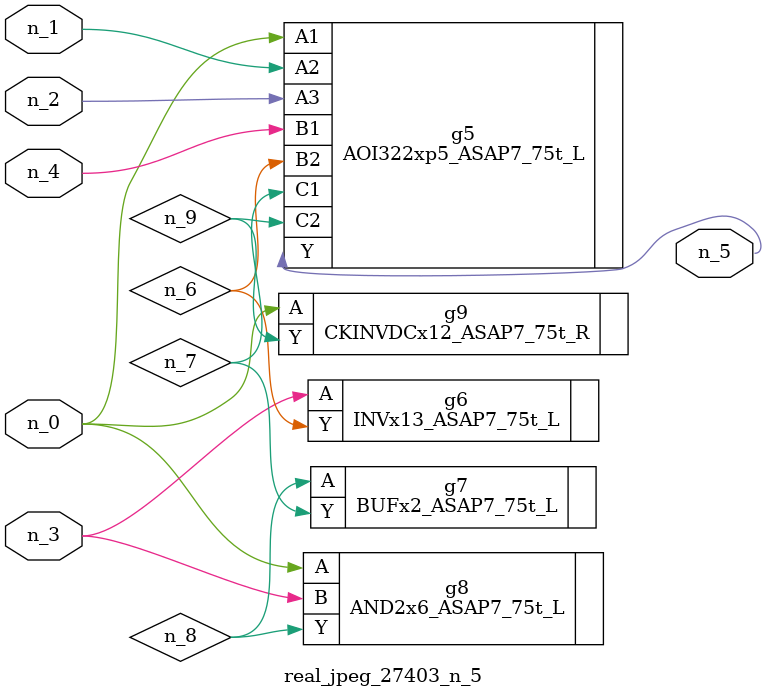
<source format=v>
module real_jpeg_27403_n_5 (n_4, n_0, n_1, n_2, n_3, n_5);

input n_4;
input n_0;
input n_1;
input n_2;
input n_3;

output n_5;

wire n_8;
wire n_6;
wire n_7;
wire n_9;

AOI322xp5_ASAP7_75t_L g5 ( 
.A1(n_0),
.A2(n_1),
.A3(n_2),
.B1(n_4),
.B2(n_6),
.C1(n_7),
.C2(n_9),
.Y(n_5)
);

AND2x6_ASAP7_75t_L g8 ( 
.A(n_0),
.B(n_3),
.Y(n_8)
);

CKINVDCx12_ASAP7_75t_R g9 ( 
.A(n_0),
.Y(n_9)
);

INVx13_ASAP7_75t_L g6 ( 
.A(n_3),
.Y(n_6)
);

BUFx2_ASAP7_75t_L g7 ( 
.A(n_8),
.Y(n_7)
);


endmodule
</source>
